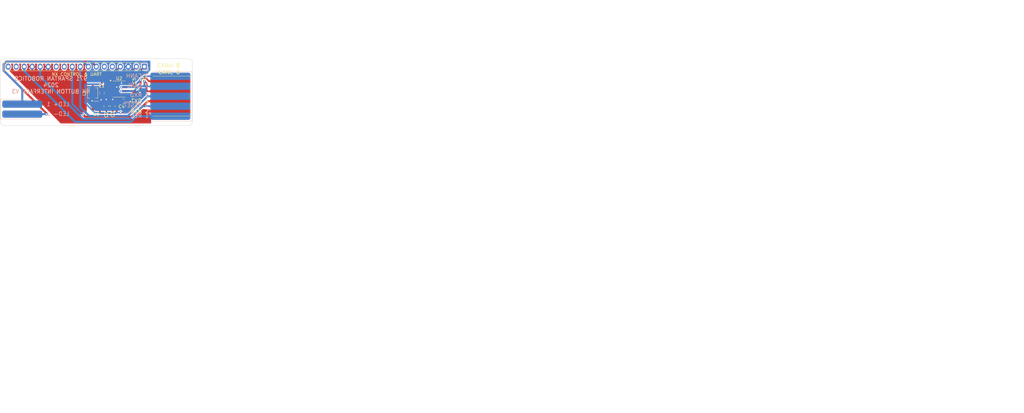
<source format=kicad_pcb>
(kicad_pcb (version 20240108) (generator "pcbnew") (generator_version "8.0")
  (title_block (title "NX BUTTON INTERFACE V2") (date "2024-08-16") (rev "1") (company "971 SPARTAN ROBOTICS"))
  (layers (0 "F.Cu" signal) (31 "B.Cu" signal) (34 "B.Paste" user) (35 "F.Paste" user) (36 "B.SilkS" user "B.Silkscreen") (37 "F.SilkS" user "F.Silkscreen") (38 "B.Mask" user) (39 "F.Mask" user) (44 "Edge.Cuts" user))
  (net 0 "")
  (net 1 "/CAN_TX")
  (net 2 "/CAN_RX")
  (net 3 "GND")
  (net 4 "/3V3")
  (net 7 "/NX_PC_LED-")
  (net 8 "/NX_PC_LED+")
  (net 9 "/UART2_RXD")
  (net 10 "/UART2_TXD")
  (net 13 "/SYS_RST_RCV_RTN")
  (net 14 "/~{SYS_RESET}")
  (net 15 "/~{REC}")
  (net 18 "/NX CAN/+5V")
  (net 19 "/CAN_H")
  (net 20 "/CAN_L")
  (net 21 "Net-(U1-SW)")
  (footprint "Package_SO:SOIC-8_3.9x4.9mm_P1.27mm" (layer "F.Cu") (at 121.92 100.076)
    (property "Reference" "U2" (at 0 -3.4 0) (layer "F.SilkS"))
    (property "Value" "MCP2558FD-H/SN")
    (fp_line (start 0 -2.56) (end -1.95 -2.56) (stroke (width 0.12)) (layer "F.SilkS"))
    (fp_line (start 0 -2.56) (end 1.95 -2.56) (stroke (width 0.12)) (layer "F.SilkS"))
    (fp_line (start 0 2.56) (end -1.95 2.56) (stroke (width 0.12)) (layer "F.SilkS"))
    (fp_line (start 0 2.56) (end 1.95 2.56) (stroke (width 0.12)) (layer "F.SilkS"))
    (fp_poly (pts (xy -2.7 -2.465) (xy -2.94 -2.795) (xy -2.46 -2.795) (xy -2.7 -2.465)) (stroke (width 0.12)) (fill solid) (layer "F.SilkS"))
    (pad "1" smd roundrect (at -2.475 -1.905) (size 1.95 0.6) (layers "F.Cu" "F.Paste" "F.Mask") (net 1 "/CAN_TX"))
    (pad "2" smd roundrect (at -2.475 -0.635) (size 1.95 0.6) (layers "F.Cu" "F.Paste" "F.Mask") (net 3 "GND"))
    (pad "3" smd roundrect (at -2.475 0.635) (size 1.95 0.6) (layers "F.Cu" "F.Paste" "F.Mask") (net 18 "/NX CAN/+5V"))
    (pad "4" smd roundrect (at -2.475 1.905) (size 1.95 0.6) (layers "F.Cu" "F.Paste" "F.Mask") (net 2 "/CAN_RX"))
    (pad "5" smd roundrect (at 2.475 1.905) (size 1.95 0.6) (layers "F.Cu" "F.Paste" "F.Mask") (net 4 "/3V3"))
    (pad "6" smd roundrect (at 2.475 0.635) (size 1.95 0.6) (layers "F.Cu" "F.Paste" "F.Mask") (net 20 "/CAN_L"))
    (pad "7" smd roundrect (at 2.475 -0.635) (size 1.95 0.6) (layers "F.Cu" "F.Paste" "F.Mask") (net 19 "/CAN_H"))
    (pad "8" smd roundrect (at 2.475 -1.905) (size 1.95 0.6) (layers "F.Cu" "F.Paste" "F.Mask") (net 3 "GND"))
  )
  (footprint "Package_TO_SOT_SMD:SOT-23" (layer "F.Cu") (at 129.667 100.076 -90)
    (property "Reference" "D1" (at -3.302 -0.254 360) (layer "F.SilkS"))
    (property "Value" "PESD1CAN")
    (fp_line (start 0 1.56) (end -0.65 1.56) (stroke (width 0.12)) (layer "F.SilkS"))
    (fp_line (start 0 1.56) (end 0.65 1.56) (stroke (width 0.12)) (layer "F.SilkS"))
    (fp_line (start 0 -1.56) (end -0.65 -1.56) (stroke (width 0.12)) (layer "F.SilkS"))
    (fp_line (start 0 -1.56) (end 0.65 -1.56) (stroke (width 0.12)) (layer "F.SilkS"))
    (fp_poly (pts (xy -1.1625 -1.51) (xy -1.4025 -1.84) (xy -0.9225 -1.84) (xy -1.1625 -1.51)) (stroke (width 0.12)) (fill solid) (layer "F.SilkS"))
    (pad "1" smd roundrect (at -0.9375 -0.95 270) (size 1.475 0.6) (layers "F.Cu" "F.Paste" "F.Mask") (net 20 "/CAN_L"))
    (pad "2" smd roundrect (at -0.9375 0.95 270) (size 1.475 0.6) (layers "F.Cu" "F.Paste" "F.Mask") (net 19 "/CAN_H"))
    (pad "3" smd roundrect (at 0.9375 0 270) (size 1.475 0.6) (layers "F.Cu" "F.Paste" "F.Mask") (net 3 "GND"))
  )
  (footprint "Capacitor_SMD:C_0805_2012Metric" (layer "F.Cu") (at 119.888 105.537 90)
    (property "Reference" "C3" (at -2.54 0 90) (layer "F.SilkS"))
    (property "Value" "22uF-20%-25V-0805")
    (fp_line (start -0.261252 -0.735) (end 0.261252 -0.735) (stroke (width 0.12)) (layer "F.SilkS"))
    (fp_line (start -0.261252 0.735) (end 0.261252 0.735) (stroke (width 0.12)) (layer "F.SilkS"))
    (pad "1" smd roundrect (at -0.95 0 90) (size 1 1.45) (layers "F.Cu" "F.Paste" "F.Mask") (net 18 "/NX CAN/+5V"))
    (pad "2" smd roundrect (at 0.95 0 90) (size 1 1.45) (layers "F.Cu" "F.Paste" "F.Mask") (net 3 "GND"))
  )
  (footprint "Capacitor_SMD:C_0805_2012Metric" (layer "F.Cu") (at 123.317 104.013)
    (property "Reference" "C4" (at -0.635 1.651 0) (layer "F.SilkS"))
    (property "Value" "0.22uF-10%-50V-0805")
    (fp_line (start -0.261252 -0.735) (end 0.261252 -0.735) (stroke (width 0.12)) (layer "F.SilkS"))
    (fp_line (start -0.261252 0.735) (end 0.261252 0.735) (stroke (width 0.12)) (layer "F.SilkS"))
    (pad "1" smd roundrect (at -0.95 0) (size 1 1.45) (layers "F.Cu" "F.Paste" "F.Mask") (net 18 "/NX CAN/+5V"))
    (pad "2" smd roundrect (at 0.95 0) (size 1 1.45) (layers "F.Cu" "F.Paste" "F.Mask") (net 3 "GND"))
  )
  (footprint "Connector_PinSocket_2.54mm:PinSocket_1x18_P2.54mm_Vertical" (layer "F.Cu") (at 129.921 92.964 -90)
    (property "Reference" "J1" (hide yes))
    (property "Value" "NX CONTROL & UART" (at 2.413 21.421 180) (layer "F.SilkS"))
    (fp_line (start -1.33 44.51) (end 1.33 44.51) (stroke (width 0.12)) (layer "F.SilkS"))
    (fp_line (start -1.33 1.27) (end -1.33 44.51) (stroke (width 0.12)) (layer "F.SilkS"))
    (fp_line (start -1.33 1.27) (end 1.33 1.27) (stroke (width 0.12)) (layer "F.SilkS"))
    (fp_line (start 1.33 1.27) (end 1.33 44.51) (stroke (width 0.12)) (layer "F.SilkS"))
    (fp_line (start 0 -1.33) (end 1.33 -1.33) (stroke (width 0.12)) (layer "F.SilkS"))
    (fp_line (start 1.33 -1.33) (end 1.33 0) (stroke (width 0.12)) (layer "F.SilkS"))
    (pad "1" thru_hole rect (at 0 0 270) (size 1.905 1.524) (drill 1) (layers "*.Cu" "*.Mask") (net 1 "/CAN_TX"))
    (pad "2" thru_hole oval (at 0 2.54 270) (size 1.905 1.524) (drill 1) (layers "*.Cu" "*.Mask") (net 2 "/CAN_RX"))
    (pad "3" thru_hole oval (at 0 5.08 270) (size 1.905 1.524) (drill 1) (layers "*.Cu" "*.Mask") (net 3 "GND"))
    (pad "4" thru_hole oval (at 0 7.62 270) (size 1.905 1.524) (drill 1) (layers "*.Cu" "*.Mask") (net 4 "/3V3"))
    (pad "5" thru_hole oval (at 0 10.16 270) (size 1.905 1.524) (drill 1) (layers "*.Cu" "*.Mask"))
    (pad "6" thru_hole oval (at 0 12.7 270) (size 1.905 1.524) (drill 1) (layers "*.Cu" "*.Mask"))
    (pad "7" thru_hole oval (at 0 15.24 270) (size 1.905 1.524) (drill 1) (layers "*.Cu" "*.Mask") (net 7 "/NX_PC_LED-"))
    (pad "8" thru_hole oval (at 0 17.78 270) (size 1.905 1.524) (drill 1) (layers "*.Cu" "*.Mask") (net 8 "/NX_PC_LED+"))
    (pad "9" thru_hole oval (at 0 20.32 270) (size 1.905 1.524) (drill 1) (layers "*.Cu" "*.Mask") (net 9 "/UART2_RXD"))
    (pad "10" thru_hole oval (at 0 22.86 270) (size 1.905 1.524) (drill 1) (layers "*.Cu" "*.Mask") (net 10 "/UART2_TXD"))
    (pad "11" thru_hole oval (at 0 25.4 270) (size 1.905 1.524) (drill 1) (layers "*.Cu" "*.Mask"))
    (pad "12" thru_hole oval (at 0 27.94 270) (size 1.905 1.524) (drill 1) (layers "*.Cu" "*.Mask"))
    (pad "13" thru_hole oval (at 0 30.48 270) (size 1.905 1.524) (drill 1) (layers "*.Cu" "*.Mask") (net 13 "/SYS_RST_RCV_RTN"))
    (pad "14" thru_hole oval (at 0 33.02 270) (size 1.905 1.524) (drill 1) (layers "*.Cu" "*.Mask") (net 14 "/~{SYS_RESET}"))
    (pad "15" thru_hole oval (at 0 35.56 270) (size 1.905 1.524) (drill 1) (layers "*.Cu" "*.Mask") (net 13 "/SYS_RST_RCV_RTN"))
    (pad "16" thru_hole oval (at 0 38.1 270) (size 1.905 1.524) (drill 1) (layers "*.Cu" "*.Mask") (net 15 "/~{REC}"))
    (pad "17" thru_hole oval (at 0 40.64 270) (size 1.905 1.524) (drill 1) (layers "*.Cu" "*.Mask"))
    (pad "18" thru_hole oval (at 0 43.18 270) (size 1.905 1.524) (drill 1) (layers "*.Cu" "*.Mask"))
  )
  (footprint "Package_TO_SOT_SMD:SOT-23-5" (layer "F.Cu") (at 114.681 105.537)
    (property "Reference" "U1" (at 0 2.54 0) (layer "F.SilkS"))
    (property "Value" "TPS613222ADBVR")
    (fp_line (start 0 -1.56) (end -0.8 -1.56) (stroke (width 0.12)) (layer "F.SilkS"))
    (fp_line (start 0 -1.56) (end 0.8 -1.56) (stroke (width 0.12)) (layer "F.SilkS"))
    (fp_line (start 0 1.56) (end -0.8 1.56) (stroke (width 0.12)) (layer "F.SilkS"))
    (fp_line (start 0 1.56) (end 0.8 1.56) (stroke (width 0.12)) (layer "F.SilkS"))
    (fp_poly (pts (xy -1.3 -1.51) (xy -1.54 -1.84) (xy -1.06 -1.84) (xy -1.3 -1.51)) (stroke (width 0.12)) (fill solid) (layer "F.SilkS"))
    (pad "1" smd roundrect (at -1.1375 -0.95) (size 1.325 0.6) (layers "F.Cu" "F.Paste" "F.Mask") (net 21 "Net-(U1-SW)"))
    (pad "2" smd roundrect (at -1.1375 0) (size 1.325 0.6) (layers "F.Cu" "F.Paste" "F.Mask") (net 3 "GND"))
    (pad "3" smd roundrect (at -1.1375 0.95) (size 1.325 0.6) (layers "F.Cu" "F.Paste" "F.Mask") (net 3 "GND"))
    (pad "4" smd roundrect (at 1.1375 0.95) (size 1.325 0.6) (layers "F.Cu" "F.Paste" "F.Mask") (net 18 "/NX CAN/+5V"))
    (pad "5" smd roundrect (at 1.1375 -0.95) (size 1.325 0.6) (layers "F.Cu" "F.Paste" "F.Mask") (net 3 "GND"))
  )
  (footprint "Capacitor_SMD:C_0805_2012Metric" (layer "F.Cu") (at 126.746 100.076 90)
    (property "Reference" "C5" (at 2.667 0 90) (layer "F.SilkS"))
    (property "Value" "0.22uF-10%-50V-0805")
    (fp_line (start -0.261252 -0.735) (end 0.261252 -0.735) (stroke (width 0.12)) (layer "F.SilkS"))
    (fp_line (start -0.261252 0.735) (end 0.261252 0.735) (stroke (width 0.12)) (layer "F.SilkS"))
    (pad "1" smd roundrect (at -0.95 0 90) (size 1 1.45) (layers "F.Cu" "F.Paste" "F.Mask") (net 4 "/3V3"))
    (pad "2" smd roundrect (at 0.95 0 90) (size 1 1.45) (layers "F.Cu" "F.Paste" "F.Mask") (net 3 "GND"))
  )
  (footprint "NX-ButtonInterface:L_Vishay_IHLP-1212" (layer "F.Cu") (at 113.538 101.346 -90)
    (property "Reference" "L1" (at 0 2.667 90) (layer "F.SilkS"))
    (property "Value" "2.2uH-20%-46mR")
    (fp_line (start -1.624 1.624) (end 1.624 1.624) (stroke (width 0.12)) (layer "F.SilkS"))
    (fp_line (start 1.624 1.624) (end 1.624 0.9) (stroke (width 0.12)) (layer "F.SilkS"))
    (fp_line (start -1.624 0.9) (end -1.624 1.624) (stroke (width 0.12)) (layer "F.SilkS"))
    (fp_line (start -1.624 -0.9) (end -1.624 -1.624) (stroke (width 0.12)) (layer "F.SilkS"))
    (fp_line (start -1.624 -1.624) (end 1.624 -1.624) (stroke (width 0.12)) (layer "F.SilkS"))
    (fp_line (start 1.624 -1.624) (end 1.624 -0.9) (stroke (width 0.12)) (layer "F.SilkS"))
    (pad "1" smd rect (at -1.35 0 270) (size 1.5 1.2) (layers "F.Cu" "F.Paste" "F.Mask") (net 4 "/3V3"))
    (pad "2" smd rect (at 1.35 0 270) (size 1.5 1.2) (layers "F.Cu" "F.Paste" "F.Mask") (net 21 "Net-(U1-SW)"))
  )
  (footprint "Capacitor_SMD:C_0805_2012Metric" (layer "F.Cu") (at 116.459 101.346 -90)
    (property "Reference" "C1" (at -2.286 0.127 180) (layer "F.SilkS"))
    (property "Value" "10uF-10%-10V-0805")
    (fp_line (start -0.261252 0.735) (end 0.261252 0.735) (stroke (width 0.12)) (layer "F.SilkS"))
    (fp_line (start -0.261252 -0.735) (end 0.261252 -0.735) (stroke (width 0.12)) (layer "F.SilkS"))
    (pad "1" smd roundrect (at -0.95 0 270) (size 1 1.45) (layers "F.Cu" "F.Paste" "F.Mask") (net 4 "/3V3"))
    (pad "2" smd roundrect (at 0.95 0 270) (size 1 1.45) (layers "F.Cu" "F.Paste" "F.Mask") (net 3 "GND"))
  )
  (footprint "Capacitor_SMD:C_0805_2012Metric" (layer "F.Cu") (at 117.856 105.537 90)
    (property "Reference" "C2" (at -2.667 0 90) (layer "F.SilkS"))
    (property "Value" "22uF-20%-25V-0805")
    (fp_line (start -0.261252 -0.735) (end 0.261252 -0.735) (stroke (width 0.12)) (layer "F.SilkS"))
    (fp_line (start -0.261252 0.735) (end 0.261252 0.735) (stroke (width 0.12)) (layer "F.SilkS"))
    (pad "1" smd roundrect (at -0.95 0 90) (size 1 1.45) (layers "F.Cu" "F.Paste" "F.Mask") (net 18 "/NX CAN/+5V"))
    (pad "2" smd roundrect (at 0.95 0 90) (size 1 1.45) (layers "F.Cu" "F.Paste" "F.Mask") (net 3 "GND"))
  )
  (footprint "NX-ButtonInterface:2-pin-solder-pads" (layer "B.Cu") (at 91.2112 104.8639 180)
    (property "Reference" "J3" (hide yes))
    (property "Value" "POWER LED")
    (fp_line (start 6.858 1.524) (end -5.588 1.524) (stroke (width 0.1)) (layer "B.SilkS"))
    (fp_line (start 6.858 -4.699) (end 6.858 1.524) (stroke (width 0.1)) (layer "B.SilkS"))
    (fp_line (start -5.588 -4.699) (end 6.858 -4.699) (stroke (width 0.1)) (layer "B.SilkS"))
    (pad "1" smd roundrect (at 0 0 180) (size 12.7 2.286) (layers "B.Cu" "B.Paste" "B.Mask") (net 8 "/NX_PC_LED+"))
    (pad "2" smd roundrect (at 0 -3.175 180) (size 12.7 2.286) (layers "B.Cu" "B.Paste" "B.Mask") (net 7 "/NX_PC_LED-"))
  )
  (footprint "NX-ButtonInterface:9-pin-solder-pads" (layer "B.Cu") (at 138.176 108.712)
    (property "Reference" "J2" (hide yes))
    (property "Value" "NX-BUTTON")
    (fp_line (start -5.588 -14.224) (end 6.858 -14.224) (stroke (width 0.1)) (layer "B.SilkS"))
    (fp_line (start 6.858 -14.224) (end 6.858 1.524) (stroke (width 0.1)) (layer "B.SilkS"))
    (fp_line (start 6.858 1.524) (end -5.588 1.524) (stroke (width 0.1)) (layer "B.SilkS"))
    (fp_line (start 6.858 -12.7) (end -5.588 -12.7) (stroke (width 0.1)) (layer "F.SilkS"))
    (fp_line (start 6.858 -0.0635) (end -5.588 -0.0635) (stroke (width 0.1)) (layer "F.SilkS"))
    (fp_line (start 6.858117 -0.062359) (end 6.858 -12.7) (stroke (width 0.1)) (layer "F.SilkS"))
    (pad "1" smd roundrect (at 0 0) (size 12.7 2.286) (layers "B.Cu" "B.Paste" "B.Mask") (net 15 "/~{REC}"))
    (pad "2" smd roundrect (at 0 -1.5875) (size 12.7 2.286) (layers "F.Cu" "F.Paste" "F.Mask") (net 13 "/SYS_RST_RCV_RTN"))
    (pad "3" smd roundrect (at 0 -3.175) (size 12.7 2.286) (layers "B.Cu" "B.Paste" "B.Mask") (net 14 "/~{SYS_RESET}"))
    (pad "4" smd roundrect (at 0 -4.7625) (size 12.7 2.286) (layers "F.Cu" "F.Paste" "F.Mask") (net 10 "/UART2_TXD"))
    (pad "5" smd roundrect (at 0 -6.35) (size 12.7 2.286) (layers "B.Cu" "B.Paste" "B.Mask") (net 9 "/UART2_RXD"))
    (pad "6" smd roundrect (at 0 -7.9375) (size 12.7 2.286) (layers "F.Cu" "F.Paste" "F.Mask") (net 20 "/CAN_L"))
    (pad "7" smd roundrect (at 0 -9.525) (size 12.7 2.286) (layers "B.Cu" "B.Paste" "B.Mask") (net 20 "/CAN_L"))
    (pad "8" smd roundrect (at 0 -11.1125) (size 12.7 2.286) (layers "F.Cu" "F.Paste" "F.Mask") (net 19 "/CAN_H"))
    (pad "9" smd roundrect (at 0 -12.7) (size 12.7 2.286) (layers "B.Cu" "B.Paste" "B.Mask") (net 19 "/CAN_H"))
  )
  (gr_line (start 145.161 91.694) (end 145.161 110.363) (stroke (width 0.1)) (layer "Edge.Cuts"))
  (gr_arc (start 85.471 111.633) (mid 84.572974 111.261026) (end 84.201 110.363) (stroke (width 0.1)) (layer "Edge.Cuts"))
  (gr_line (start 85.471 90.424) (end 143.891 90.424) (stroke (width 0.1)) (layer "Edge.Cuts"))
  (gr_arc (start 143.891 90.424) (mid 144.789026 90.795974) (end 145.161 91.694) (stroke (width 0.1)) (layer "Edge.Cuts"))
  (gr_arc (start 145.161 110.363) (mid 144.789026 111.261026) (end 143.891 111.633) (stroke (width 0.1)) (layer "Edge.Cuts"))
  (gr_arc (start 84.201 91.694) (mid 84.572974 90.795974) (end 85.471 90.424) (stroke (width 0.1)) (layer "Edge.Cuts"))
  (gr_line (start 84.201 110.363) (end 84.201 91.694) (stroke (width 0.1)) (layer "Edge.Cuts"))
  (gr_line (start 143.891 111.633) (end 85.471 111.633) (stroke (width 0.1)) (layer "Edge.Cuts"))
  (gr_text "7 CANL" (at 131.445 98.947287 0) (layer "B.SilkS") (effects (font (size 1.27 1.27) (thickness 0.1778)) (justify left mirror)))
  (gr_text "LED+ 1" (at 98.806 104.902 0) (layer "B.SilkS") (effects (font (size 1.27 1.27) (thickness 0.1778)) (justify right mirror)))
  (gr_text "5 RXD" (at 131.445 102.009574 0) (layer "B.SilkS") (effects (font (size 1.27 1.27) (thickness 0.1778)) (justify left mirror)))
  (gr_text "LED- 2" (at 98.806 107.95 0) (layer "B.SilkS") (effects (font (size 1.27 1.27) (thickness 0.1778)) (justify right mirror)))
  (gr_text "971 SPARTAN ROBOTICS\n2024\nNX BUTTON INTERFACE V3" (at 100.33 98.806 0) (layer "B.SilkS") (effects (font (size 1.27 1.27) (thickness 0.2286)) (justify mirror)))
  (gr_text "3 ~{RESET}" (at 131.445 105.222144 0) (layer "B.SilkS") (effects (font (size 1.27 1.27) (thickness 0.1778)) (justify left mirror)))
  (gr_text "9 CANH" (at 131.445 95.885 0) (layer "B.SilkS") (effects (font (size 1.27 1.27) (thickness 0.1778)) (justify left mirror)))
  (gr_text "1 ~{REC}" (at 131.445 108.585 0) (layer "B.SilkS") (effects (font (size 1.27 1.27) (thickness 0.1778)) (justify left mirror)))
  (gr_text "TXD 4" (at 125.596952 103.886 0) (layer "F.SilkS") (effects (font (size 1.27 1.27) (thickness 0.1778)) (justify left)))
  (gr_text "CANH 8" (at 133.936619 92.614751 0) (layer "F.SilkS") (effects (font (size 1.27 1.27) (thickness 0.1778)) (justify left)))
  (gr_text "RTN 2" (at 125.476 107.061 0) (layer "F.SilkS") (effects (font (size 1.27 1.27) (thickness 0.1778)) (justify left)))
  (gr_text "CANL 6" (at 134.239 94.742 0) (layer "F.SilkS") (effects (font (size 1.27 1.27) (thickness 0.1778)) (justify left)))
  (segment (start 126.238 96.647) (end 129.921 92.964) (width 0.508) (layer "F.Cu") (net 1))
  (segment (start 119.445 98.171) (end 119.445 97.09) (width 0.508) (layer "F.Cu") (net 1))
  (segment (start 119.888 96.647) (end 126.238 96.647) (width 0.508) (layer "F.Cu") (net 1))
  (segment (start 119.445 97.09) (end 119.888 96.647) (width 0.508) (layer "F.Cu") (net 1))
  (segment (start 119.551328 95.8342) (end 124.5108 95.8342) (width 0.508) (layer "F.Cu") (net 2))
  (segment (start 117.856 101.366999) (end 117.856 97.529528) (width 0.508) (layer "F.Cu") (net 2))
  (segment (start 117.856 97.529528) (end 119.551328 95.8342) (width 0.508) (layer "F.Cu") (net 2))
  (segment (start 118.470001 101.981) (end 117.856 101.366999) (width 0.508) (layer "F.Cu") (net 2))
  (segment (start 119.445 101.981) (end 118.470001 101.981) (width 0.508) (layer "F.Cu") (net 2))
  (segment (start 124.5108 95.8342) (end 127.381 92.964) (width 0.508) (layer "F.Cu") (net 2))
  (segment (start 128.6025 101.0135) (end 128.524 101.092) (width 0.635) (layer "F.Cu") (net 3))
  (segment (start 124.267 104.013) (end 125.476 104.013) (width 0.508) (layer "F.Cu") (net 3))
  (segment (start 124.395 98.171) (end 122.682 98.171) (width 0.508) (layer "F.Cu") (net 3))
  (segment (start 119.445 99.441) (end 121.158 99.441) (width 0.508) (layer "F.Cu") (net 3))
  (segment (start 126.746 99.126) (end 126.746 97.917) (width 0.508) (layer "F.Cu") (net 3))
  (segment (start 126.746 97.917) (end 125.984 97.917) (width 0.508) (layer "F.Cu") (net 3))
  (segment (start 125.73 98.171) (end 124.395 98.171) (width 0.508) (layer "F.Cu") (net 3))
  (segment (start 125.984 97.917) (end 125.73 98.171) (width 0.508) (layer "F.Cu") (net 3))
  (segment (start 129.667 101.0135) (end 128.6025 101.0135) (width 0.635) (layer "F.Cu") (net 3))
  (via (at 128.524 101.092) (size 0.8) (drill 0.4) (layers "F.Cu" "B.Cu") (net 3))
  (via (at 117.856 103.378) (size 0.8) (drill 0.4) (layers "F.Cu" "B.Cu") (net 3))
  (via (at 121.158 99.441) (size 0.8) (drill 0.4) (layers "F.Cu" "B.Cu") (net 3))
  (via (at 119.888 103.378) (size 0.8) (drill 0.4) (layers "F.Cu" "B.Cu") (net 3))
  (via (at 122.682 98.171) (size 0.8) (drill 0.4) (layers "F.Cu" "B.Cu") (net 3))
  (via (at 116.205 103.505) (size 0.8) (drill 0.4) (layers "F.Cu" "B.Cu") (net 3))
  (via (at 125.476 104.013) (size 0.8) (drill 0.4) (layers "F.Cu" "B.Cu") (net 3))
  (segment (start 125.73 101.981) (end 126.111 102.362) (width 0.508) (layer "F.Cu") (net 4))
  (segment (start 113.665 98.552) (end 113.538 98.679) (width 0.508) (layer "F.Cu") (net 4))
  (segment (start 116.459 98.552) (end 113.665 98.552) (width 0.508) (layer "F.Cu") (net 4))
  (segment (start 116.459 100.396) (end 116.459 98.552) (width 0.508) (layer "F.Cu") (net 4))
  (segment (start 126.111 102.362) (end 126.746 102.362) (width 0.508) (layer "F.Cu") (net 4))
  (segment (start 126.746 105.41) (end 126.746 102.362) (width 0.508) (layer "F.Cu") (net 4))
  (segment (start 122.428 107.55) (end 124.606 107.55) (width 0.508) (layer "F.Cu") (net 4))
  (segment (start 122.301 92.964) (end 120.2436 95.0214) (width 0.508) (layer "F.Cu") (net 4))
  (segment (start 124.606 107.55) (end 126.746 105.41) (width 0.508) (layer "F.Cu") (net 4))
  (segment (start 124.395 101.981) (end 125.73 101.981) (width 0.508) (layer "F.Cu") (net 4))
  (segment (start 126.746 102.362) (end 126.746 101.026) (width 0.508) (layer "F.Cu") (net 4))
  (segment (start 116.459 97.282) (end 116.459 98.552) (width 0.508) (layer "F.Cu") (net 4))
  (segment (start 118.7196 95.0214) (end 116.459 97.282) (width 0.508) (layer "F.Cu") (net 4))
  (segment (start 113.538 98.679) (end 113.538 99.996) (width 0.508) (layer "F.Cu") (net 4))
  (segment (start 120.2436 95.0214) (end 118.7196 95.0214) (width 0.508) (layer "F.Cu") (net 4))
  (via (at 116.459 98.552) (size 0.8) (drill 0.4) (layers "F.Cu" "B.Cu") (net 4))
  (via (at 122.428 107.55) (size 0.8) (drill 0.4) (layers "F.Cu" "B.Cu") (net 4))
  (segment (start 122.428 107.55) (end 122.409 107.569) (width 0.508) (layer "B.Cu") (net 4))
  (segment (start 114.173 107.569) (end 111.125 104.521) (width 0.508) (layer "B.Cu") (net 4))
  (segment (start 111.125 104.521) (end 111.125 98.933) (width 0.508) (layer "B.Cu") (net 4))
  (segment (start 111.506 98.552) (end 116.459 98.552) (width 0.508) (layer "B.Cu") (net 4))
  (segment (start 122.409 107.569) (end 114.173 107.569) (width 0.508) (layer "B.Cu") (net 4))
  (segment (start 111.125 98.933) (end 111.506 98.552) (width 0.508) (layer "B.Cu") (net 4))
  (segment (start 85.3567 94.2467) (end 98.806 107.696) (width 0.635) (layer "F.Cu") (net 7))
  (segment (start 86.180304 91.3765) (end 85.3567 92.200104) (width 0.635) (layer "F.Cu") (net 7))
  (segment (start 85.3567 92.200104) (end 85.3567 94.2467) (width 0.635) (layer "F.Cu") (net 7))
  (segment (start 98.806 107.696) (end 98.806 108.077) (width 0.635) (layer "F.Cu") (net 7))
  (segment (start 113.0935 91.3765) (end 86.180304 91.3765) (width 0.635) (layer "F.Cu") (net 7))
  (segment (start 114.681 92.964) (end 113.0935 91.3765) (width 0.635) (layer "F.Cu") (net 7))
  (via (at 98.806 108.077) (size 0.8) (drill 0.4) (layers "F.Cu" "B.Cu") (net 7))
  (segment (start 98.7679 108.0389) (end 91.2112 108.0389) (width 0.635) (layer "B.Cu") (net 7))
  (segment (start 98.806 108.077) (end 98.7679 108.0389) (width 0.635) (layer "B.Cu") (net 7))
  (segment (start 110.5662 91.3892) (end 86.167604 91.3892) (width 0.635) (layer "B.Cu") (net 8))
  (segment (start 91.2112 100.1012) (end 91.2112 104.8639) (width 0.635) (layer "B.Cu") (net 8))
  (segment (start 85.344 94.234) (end 91.2112 100.1012) (width 0.635) (layer "B.Cu") (net 8))
  (segment (start 85.344 92.212804) (end 85.344 94.234) (width 0.635) (layer "B.Cu") (net 8))
  (segment (start 112.141 92.964) (end 110.5662 91.3892) (width 0.635) (layer "B.Cu") (net 8))
  (segment (start 86.167604 91.3892) (end 85.344 92.212804) (width 0.635) (layer "B.Cu") (net 8))
  (segment (start 138.176 102.362) (end 130.937 102.362) (width 0.635) (layer "B.Cu") (net 9))
  (segment (start 109.601 105.791) (end 109.601 92.964) (width 0.635) (layer "B.Cu") (net 9))
  (segment (start 112.395 108.585) (end 109.601 105.791) (width 0.635) (layer "B.Cu") (net 9))
  (segment (start 130.937 102.362) (end 124.714 108.585) (width 0.635) (layer "B.Cu") (net 9))
  (segment (start 124.714 108.585) (end 112.395 108.585) (width 0.635) (layer "B.Cu") (net 9))
  (segment (start 110.49 108.204) (end 111.125 108.839) (width 0.635) (layer "F.Cu") (net 10))
  (segment (start 131.0005 103.9495) (end 138.176 103.9495) (width 0.635) (layer "F.Cu") (net 10))
  (segment (start 126.111 108.839) (end 131.0005 103.9495) (width 0.635) (layer "F.Cu") (net 10))
  (segment (start 111.125 108.839) (end 126.111 108.839) (width 0.635) (layer "F.Cu") (net 10))
  (via (at 110.49 108.204) (size 0.8) (drill 0.4) (layers "F.Cu" "B.Cu") (net 10))
  (segment (start 107.061 104.775) (end 107.061 92.964) (width 0.635) (layer "B.Cu") (net 10))
  (segment (start 110.49 108.204) (end 107.061 104.775) (width 0.635) (layer "B.Cu") (net 10))
  (segment (start 138.176 107.1245) (end 130.4925 107.1245) (width 0.635) (layer "F.Cu") (net 13))
  (segment (start 130.4925 107.1245) (end 130.175 107.442) (width 0.635) (layer "F.Cu") (net 13))
  (segment (start 125.2982 109.5248) (end 110.365049 109.5248) (width 0.635) (layer "B.Cu") (net 14))
  (segment (start 110.365049 109.5248) (end 96.901 96.060751) (width 0.635) (layer "B.Cu") (net 14))
  (segment (start 138.176 105.537) (end 129.286 105.537) (width 0.635) (layer "B.Cu") (net 14))
  (segment (start 96.901 96.060751) (end 96.901 92.964) (width 0.635) (layer "B.Cu") (net 14))
  (segment (start 129.286 105.537) (end 125.2982 109.5248) (width 0.635) (layer "B.Cu") (net 14))
  (segment (start 125.687478 110.4646) (end 107.9246 110.4646) (width 0.635) (layer "B.Cu") (net 15))
  (segment (start 107.9246 110.4646) (end 91.821 94.361) (width 0.635) (layer "B.Cu") (net 15))
  (segment (start 127.440078 108.712) (end 125.687478 110.4646) (width 0.635) (layer "B.Cu") (net 15))
  (segment (start 91.821 94.361) (end 91.821 92.964) (width 0.635) (layer "B.Cu") (net 15))
  (segment (start 138.176 108.712) (end 127.440078 108.712) (width 0.635) (layer "B.Cu") (net 15))
  (segment (start 117.856 107.696) (end 115.951 107.696) (width 0.508) (layer "F.Cu") (net 18))
  (segment (start 120.904 100.711) (end 121.1718 100.9788) (width 0.508) (layer "F.Cu") (net 18))
  (segment (start 115.951 107.696) (end 115.824 107.569) (width 0.508) (layer "F.Cu") (net 18))
  (segment (start 121.1718 104.013) (end 121.1718 107.3012) (width 0.508) (layer "F.Cu") (net 18))
  (segment (start 115.8185 107.5635) (end 115.824 107.569) (width 0.508) (layer "F.Cu") (net 18))
  (segment (start 115.8185 106.487) (end 115.8185 107.5635) (width 0.508) (layer "F.Cu") (net 18))
  (segment (start 120.777 107.696) (end 119.634 107.696) (width 0.508) (layer "F.Cu") (net 18))
  (segment (start 121.1718 100.9788) (end 121.1718 104.013) (width 0.508) (layer "F.Cu") (net 18))
  (segment (start 119.888 107.696) (end 119.634 107.696) (width 0.508) (layer "F.Cu") (net 18))
  (segment (start 119.634 107.696) (end 117.856 107.696) (width 0.508) (layer "F.Cu") (net 18))
  (segment (start 119.445 100.711) (end 120.904 100.711) (width 0.508) (layer "F.Cu") (net 18))
  (segment (start 122.367 104.013) (end 121.1718 104.013) (width 0.508) (layer "F.Cu") (net 18))
  (segment (start 119.888 106.487) (end 119.888 107.696) (width 0.508) (layer "F.Cu") (net 18))
  (segment (start 117.856 106.487) (end 117.856 107.696) (width 0.508) (layer "F.Cu") (net 18))
  (segment (start 121.1718 107.3012) (end 120.777 107.696) (width 0.508) (layer "F.Cu") (net 18))
  (segment (start 129.3558 96.5772) (end 128.7145 97.2185) (width 0.508) (layer "F.Cu") (net 19))
  (segment (start 130.3592 96.5772) (end 129.3558 96.5772) (width 0.508) (layer "F.Cu") (net 19))
  (segment (start 131.3815 97.5995) (end 130.3592 96.5772) (width 0.508) (layer "F.Cu") (net 19))
  (segment (start 124.395 99.441) (end 122.682 99.441) (width 0.635) (layer "F.Cu") (net 19))
  (segment (start 128.7145 97.2185) (end 128.717 97.221) (width 0.635) (layer "F.Cu") (net 19))
  (segment (start 128.717 97.221) (end 128.717 99.1385) (width 0.635) (layer "F.Cu") (net 19))
  (segment (start 138.176 97.5995) (end 131.3815 97.5995) (width 0.508) (layer "F.Cu") (net 19))
  (via (at 122.682 99.441) (size 0.8) (drill 0.4) (layers "F.Cu" "B.Cu") (net 19))
  (via (at 128.7145 97.2185) (size 0.8) (drill 0.4) (layers "F.Cu" "B.Cu") (net 19))
  (segment (start 128.7145 97.2185) (end 126.492 99.441) (width 0.635) (layer "B.Cu") (net 19))
  (segment (start 126.492 99.441) (end 122.682 99.441) (width 0.635) (layer "B.Cu") (net 19))
  (segment (start 128.7145 97.2185) (end 129.921 96.012) (width 0.508) (layer "B.Cu") (net 19))
  (segment (start 129.921 96.012) (end 138.176 96.012) (width 0.508) (layer "B.Cu") (net 19))
  (segment (start 124.395 100.711) (end 122.682 100.711) (width 0.635) (layer "F.Cu") (net 20))
  (segment (start 130.617 98.232) (end 129.921 97.536) (width 0.508) (layer "F.Cu") (net 20))
  (segment (start 130.617 99.1385) (end 130.617 98.232) (width 0.508) (layer "F.Cu") (net 20))
  (segment (start 138.176 100.7745) (end 131.0005 100.7745) (width 0.508) (layer "F.Cu") (net 20))
  (segment (start 130.617 100.391) (end 130.617 99.1385) (width 0.508) (layer "F.Cu") (net 20))
  (segment (start 131.0005 100.7745) (end 130.617 100.391) (width 0.508) (layer "F.Cu") (net 20))
  (via (at 129.921 97.536) (size 0.8) (drill 0.4) (layers "F.Cu" "B.Cu") (net 20))
  (via (at 122.682 100.711) (size 0.8) (drill 0.4) (layers "F.Cu" "B.Cu") (net 20))
  (segment (start 126.619 100.711) (end 128.143 99.187) (width 0.635) (layer "B.Cu") (net 20))
  (segment (start 129.921 99.187) (end 138.176 99.187) (width 0.635) (layer "B.Cu") (net 20))
  (segment (start 129.921 99.187) (end 129.921 97.536) (width 0.508) (layer "B.Cu") (net 20))
  (segment (start 128.143 99.187) (end 129.921 99.187) (width 0.635) (layer "B.Cu") (net 20))
  (segment (start 122.682 100.711) (end 126.619 100.711) (width 0.635) (layer "B.Cu") (net 20))
  (segment (start 113.5435 104.587) (end 113.5435 102.7015) (width 0.508) (layer "F.Cu") (net 21))
  (segment (start 113.5435 102.7015) (end 113.538 102.696) (width 0.508) (layer "F.Cu") (net 21))
  (zone (net 13) (net_name "/SYS_RST_RCV_RTN") (layer "F.Cu") (priority 2) (connect_pads (clearance 0.254)) (min_thickness 0.25) (fill yes (thermal_gap 0.254) (thermal_bridge_width 0.635))
    (polygon (pts (xy 84.201 91.313) (xy 104.013 111.633) (xy 132.08 111.633) (xy 132.08 106.426) (xy 127.127 106.426) (xy 127.127 108.204) (xy 111.633 108.204) (xy 111.76 91.313)))
  )
  (zone (net 3) (net_name "GND") (layer "F.Cu") (priority 1) (connect_pads (clearance 0.254)) (min_thickness 0.25) (fill yes (thermal_gap 0.254) (thermal_bridge_width 0.508))
    (polygon (pts (xy 112.903 107.061) (xy 114.808 107.061) (xy 114.808 106.045) (xy 115.316 105.664) (xy 120.65 105.664) (xy 120.65 102.743) (xy 118.237 102.743) (xy 117.602 101.981) (xy 114.935 101.981) (xy 114.554 102.362) (xy 114.554 104.648) (xy 114.173 105.156) (xy 112.903 105.156)))
  )
  (zone (net 3) (net_name "GND") (layer "B.Cu") (connect_pads (clearance 0.254)) (min_thickness 0.25) (fill yes (thermal_gap 0.254) (thermal_bridge_width 0.635))
    (polygon (pts (xy 111.506 90.424) (xy 111.506 107.95) (xy 130.683 107.823) (xy 130.683 98.806) (xy 130.683 95.504) (xy 131.826 94.107) (xy 131.826 90.424)))
  )
)
</source>
